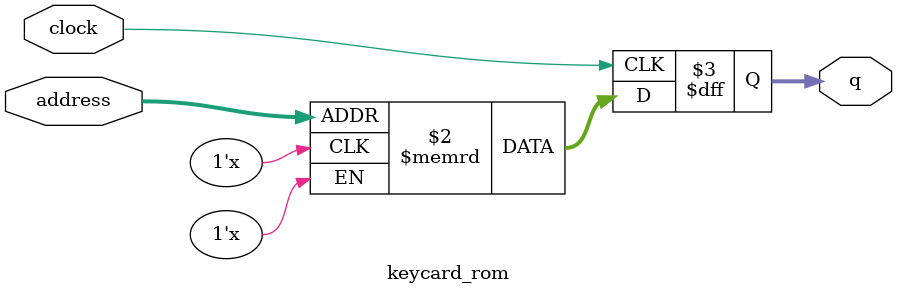
<source format=sv>
module keycard_rom (
	input logic clock,
	input logic [8:0] address,
	output logic [3:0] q
);

logic [3:0] memory [0:399] /* synthesis ram_init_file = "./keycard.mif" */;

always_ff @ (posedge clock) begin
	q <= memory[address];
end

endmodule

</source>
